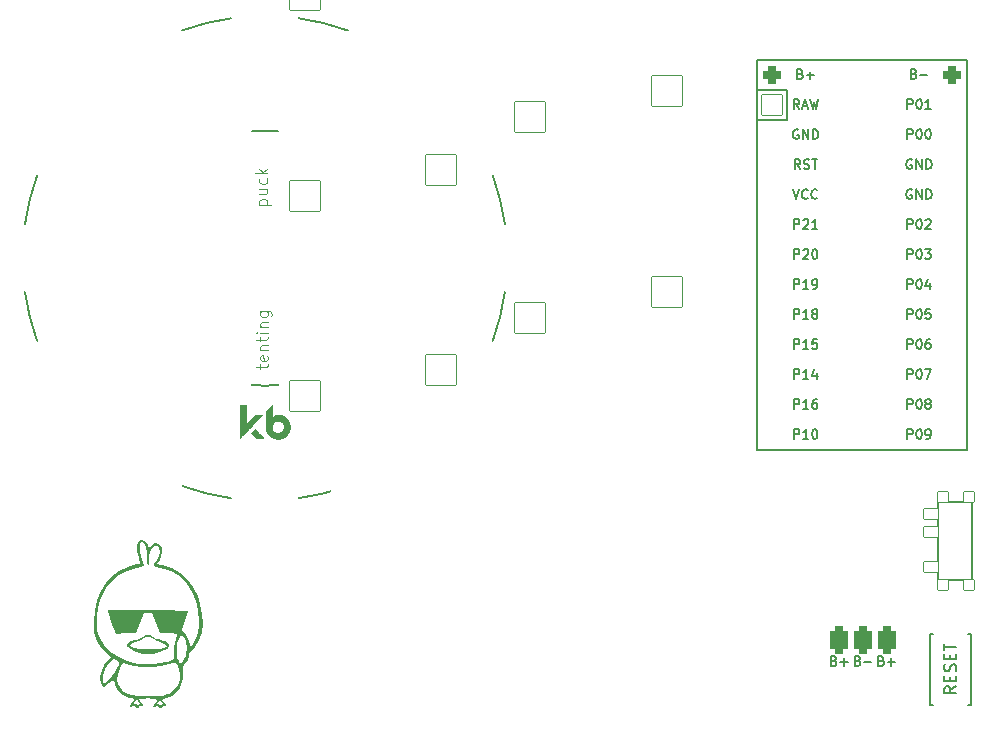
<source format=gto>
%TF.GenerationSoftware,KiCad,Pcbnew,(6.0.4-0)*%
%TF.CreationDate,2022-04-29T17:53:29+02:00*%
%TF.ProjectId,battamini,62617474-616d-4696-9e69-2e6b69636164,v1.0.0*%
%TF.SameCoordinates,Original*%
%TF.FileFunction,Legend,Top*%
%TF.FilePolarity,Positive*%
%FSLAX46Y46*%
G04 Gerber Fmt 4.6, Leading zero omitted, Abs format (unit mm)*
G04 Created by KiCad (PCBNEW (6.0.4-0)) date 2022-04-29 17:53:29*
%MOMM*%
%LPD*%
G01*
G04 APERTURE LIST*
G04 Aperture macros list*
%AMRoundRect*
0 Rectangle with rounded corners*
0 $1 Rounding radius*
0 $2 $3 $4 $5 $6 $7 $8 $9 X,Y pos of 4 corners*
0 Add a 4 corners polygon primitive as box body*
4,1,4,$2,$3,$4,$5,$6,$7,$8,$9,$2,$3,0*
0 Add four circle primitives for the rounded corners*
1,1,$1+$1,$2,$3*
1,1,$1+$1,$4,$5*
1,1,$1+$1,$6,$7*
1,1,$1+$1,$8,$9*
0 Add four rect primitives between the rounded corners*
20,1,$1+$1,$2,$3,$4,$5,0*
20,1,$1+$1,$4,$5,$6,$7,0*
20,1,$1+$1,$6,$7,$8,$9,0*
20,1,$1+$1,$8,$9,$2,$3,0*%
G04 Aperture macros list end*
%ADD10C,0.100000*%
%ADD11C,0.150000*%
%ADD12C,0.200000*%
%ADD13C,0.010000*%
%ADD14RoundRect,0.375000X-0.375000X-0.750000X0.375000X-0.750000X0.375000X0.750000X-0.375000X0.750000X0*%
%ADD15C,2.000000*%
%ADD16R,1.752600X1.752600*%
%ADD17C,1.752600*%
%ADD18RoundRect,0.375000X-0.375000X-0.375000X0.375000X-0.375000X0.375000X0.375000X-0.375000X0.375000X0*%
%ADD19C,4.500000*%
%ADD20RoundRect,0.050000X-0.450000X0.450000X-0.450000X-0.450000X0.450000X-0.450000X0.450000X0.450000X0*%
%ADD21RoundRect,0.050000X-0.625000X0.450000X-0.625000X-0.450000X0.625000X-0.450000X0.625000X0.450000X0*%
%ADD22RoundRect,0.425000X-0.375000X-0.750000X0.375000X-0.750000X0.375000X0.750000X-0.375000X0.750000X0*%
%ADD23C,2.100000*%
%ADD24C,3.100000*%
%ADD25C,1.801800*%
%ADD26C,3.529000*%
%ADD27RoundRect,0.050000X-1.054507X-1.505993X1.505993X-1.054507X1.054507X1.505993X-1.505993X1.054507X0*%
%ADD28C,2.132000*%
%ADD29RoundRect,0.050000X-1.181751X-1.408356X1.408356X-1.181751X1.181751X1.408356X-1.408356X1.181751X0*%
%ADD30RoundRect,0.050000X-1.300000X-1.300000X1.300000X-1.300000X1.300000X1.300000X-1.300000X1.300000X0*%
%ADD31RoundRect,0.050000X-1.775833X-0.475833X0.475833X-1.775833X1.775833X0.475833X-0.475833X1.775833X0*%
%ADD32C,1.100000*%
%ADD33RoundRect,0.050000X-0.863113X-1.623279X1.623279X-0.863113X0.863113X1.623279X-1.623279X0.863113X0*%
%ADD34RoundRect,0.050000X-1.592168X-0.919239X0.919239X-1.592168X1.592168X0.919239X-0.919239X1.592168X0*%
%ADD35RoundRect,0.050000X-0.876300X0.876300X-0.876300X-0.876300X0.876300X-0.876300X0.876300X0.876300X0*%
%ADD36C,1.852600*%
%ADD37RoundRect,0.425000X-0.375000X-0.375000X0.375000X-0.375000X0.375000X0.375000X-0.375000X0.375000X0*%
G04 APERTURE END LIST*
D10*
%TO.C,REF\u002A\u002A*%
X103314965Y92671620D02*
X104314965Y92671620D01*
X103362584Y92671620D02*
X103314965Y92766858D01*
X103314965Y92957334D01*
X103362584Y93052572D01*
X103410203Y93100191D01*
X103505441Y93147810D01*
X103791155Y93147810D01*
X103886393Y93100191D01*
X103934012Y93052572D01*
X103981631Y92957334D01*
X103981631Y92766858D01*
X103934012Y92671620D01*
X103314965Y94004953D02*
X103981631Y94004953D01*
X103314965Y93576381D02*
X103838774Y93576381D01*
X103934012Y93624000D01*
X103981631Y93719239D01*
X103981631Y93862096D01*
X103934012Y93957334D01*
X103886393Y94004953D01*
X103934012Y94909715D02*
X103981631Y94814477D01*
X103981631Y94624000D01*
X103934012Y94528762D01*
X103886393Y94481143D01*
X103791155Y94433524D01*
X103505441Y94433524D01*
X103410203Y94481143D01*
X103362584Y94528762D01*
X103314965Y94624000D01*
X103314965Y94814477D01*
X103362584Y94909715D01*
X103981631Y95338286D02*
X102981631Y95338286D01*
X103600679Y95433524D02*
X103981631Y95719239D01*
X103314965Y95719239D02*
X103695917Y95338286D01*
X103378465Y78781120D02*
X103378465Y79162072D01*
X103045131Y78923977D02*
X103902274Y78923977D01*
X103997512Y78971596D01*
X104045131Y79066834D01*
X104045131Y79162072D01*
X103997512Y79876358D02*
X104045131Y79781120D01*
X104045131Y79590643D01*
X103997512Y79495405D01*
X103902274Y79447786D01*
X103521322Y79447786D01*
X103426084Y79495405D01*
X103378465Y79590643D01*
X103378465Y79781120D01*
X103426084Y79876358D01*
X103521322Y79923977D01*
X103616560Y79923977D01*
X103711798Y79447786D01*
X103378465Y80352548D02*
X104045131Y80352548D01*
X103473703Y80352548D02*
X103426084Y80400167D01*
X103378465Y80495405D01*
X103378465Y80638262D01*
X103426084Y80733500D01*
X103521322Y80781120D01*
X104045131Y80781120D01*
X103378465Y81114453D02*
X103378465Y81495405D01*
X103045131Y81257310D02*
X103902274Y81257310D01*
X103997512Y81304929D01*
X104045131Y81400167D01*
X104045131Y81495405D01*
X104045131Y81828739D02*
X103378465Y81828739D01*
X103045131Y81828739D02*
X103092751Y81781120D01*
X103140370Y81828739D01*
X103092751Y81876358D01*
X103045131Y81828739D01*
X103140370Y81828739D01*
X103378465Y82304929D02*
X104045131Y82304929D01*
X103473703Y82304929D02*
X103426084Y82352548D01*
X103378465Y82447786D01*
X103378465Y82590643D01*
X103426084Y82685881D01*
X103521322Y82733500D01*
X104045131Y82733500D01*
X103378465Y83638262D02*
X104187989Y83638262D01*
X104283227Y83590643D01*
X104330846Y83543024D01*
X104378465Y83447786D01*
X104378465Y83304929D01*
X104330846Y83209691D01*
X103997512Y83638262D02*
X104045131Y83543024D01*
X104045131Y83352548D01*
X103997512Y83257310D01*
X103949893Y83209691D01*
X103854655Y83162072D01*
X103568941Y83162072D01*
X103473703Y83209691D01*
X103426084Y83257310D01*
X103378465Y83352548D01*
X103378465Y83543024D01*
X103426084Y83638262D01*
D11*
%TO.C,PAD1*%
X153972991Y54073625D02*
X154087277Y54035530D01*
X154125372Y53997435D01*
X154163467Y53921244D01*
X154163467Y53806959D01*
X154125372Y53730768D01*
X154087277Y53692673D01*
X154011087Y53654578D01*
X153706325Y53654578D01*
X153706325Y54454578D01*
X153972991Y54454578D01*
X154049182Y54416483D01*
X154087277Y54378387D01*
X154125372Y54302197D01*
X154125372Y54226006D01*
X154087277Y54149816D01*
X154049182Y54111721D01*
X153972991Y54073625D01*
X153706325Y54073625D01*
X154506325Y53959340D02*
X155115848Y53959340D01*
X151972991Y54073625D02*
X152087277Y54035530D01*
X152125372Y53997435D01*
X152163467Y53921244D01*
X152163467Y53806959D01*
X152125372Y53730768D01*
X152087277Y53692673D01*
X152011087Y53654578D01*
X151706325Y53654578D01*
X151706325Y54454578D01*
X151972991Y54454578D01*
X152049182Y54416483D01*
X152087277Y54378387D01*
X152125372Y54302197D01*
X152125372Y54226006D01*
X152087277Y54149816D01*
X152049182Y54111721D01*
X151972991Y54073625D01*
X151706325Y54073625D01*
X152506325Y53959340D02*
X153115848Y53959340D01*
X152811087Y53654578D02*
X152811087Y54264102D01*
X155972991Y54073625D02*
X156087277Y54035530D01*
X156125372Y53997435D01*
X156163467Y53921244D01*
X156163467Y53806959D01*
X156125372Y53730768D01*
X156087277Y53692673D01*
X156011087Y53654578D01*
X155706325Y53654578D01*
X155706325Y54454578D01*
X155972991Y54454578D01*
X156049182Y54416483D01*
X156087277Y54378387D01*
X156125372Y54302197D01*
X156125372Y54226006D01*
X156087277Y54149816D01*
X156049182Y54111721D01*
X155972991Y54073625D01*
X155706325Y54073625D01*
X156506325Y53959340D02*
X157115848Y53959340D01*
X156811087Y53654578D02*
X156811087Y54264102D01*
%TO.C,B1*%
X162302380Y51887619D02*
X161826190Y51554285D01*
X162302380Y51316190D02*
X161302380Y51316190D01*
X161302380Y51697142D01*
X161350000Y51792380D01*
X161397619Y51840000D01*
X161492857Y51887619D01*
X161635714Y51887619D01*
X161730952Y51840000D01*
X161778571Y51792380D01*
X161826190Y51697142D01*
X161826190Y51316190D01*
X161778571Y52316190D02*
X161778571Y52649523D01*
X162302380Y52792380D02*
X162302380Y52316190D01*
X161302380Y52316190D01*
X161302380Y52792380D01*
X162254761Y53173333D02*
X162302380Y53316190D01*
X162302380Y53554285D01*
X162254761Y53649523D01*
X162207142Y53697142D01*
X162111904Y53744761D01*
X162016666Y53744761D01*
X161921428Y53697142D01*
X161873809Y53649523D01*
X161826190Y53554285D01*
X161778571Y53363809D01*
X161730952Y53268571D01*
X161683333Y53220952D01*
X161588095Y53173333D01*
X161492857Y53173333D01*
X161397619Y53220952D01*
X161350000Y53268571D01*
X161302380Y53363809D01*
X161302380Y53601904D01*
X161350000Y53744761D01*
X161778571Y54173333D02*
X161778571Y54506666D01*
X162302380Y54649523D02*
X162302380Y54173333D01*
X161302380Y54173333D01*
X161302380Y54649523D01*
X161302380Y54935238D02*
X161302380Y55506666D01*
X162302380Y55220952D02*
X161302380Y55220952D01*
%TO.C,MCU1*%
X158185784Y75380637D02*
X158185784Y76180637D01*
X158490546Y76180637D01*
X158566736Y76142542D01*
X158604832Y76104446D01*
X158642927Y76028256D01*
X158642927Y75913970D01*
X158604832Y75837780D01*
X158566736Y75799684D01*
X158490546Y75761589D01*
X158185784Y75761589D01*
X159138165Y76180637D02*
X159214355Y76180637D01*
X159290546Y76142542D01*
X159328641Y76104446D01*
X159366736Y76028256D01*
X159404832Y75875875D01*
X159404832Y75685399D01*
X159366736Y75533018D01*
X159328641Y75456827D01*
X159290546Y75418732D01*
X159214355Y75380637D01*
X159138165Y75380637D01*
X159061974Y75418732D01*
X159023879Y75456827D01*
X158985784Y75533018D01*
X158947689Y75685399D01*
X158947689Y75875875D01*
X158985784Y76028256D01*
X159023879Y76104446D01*
X159061974Y76142542D01*
X159138165Y76180637D01*
X159861974Y75837780D02*
X159785784Y75875875D01*
X159747689Y75913970D01*
X159709593Y75990161D01*
X159709593Y76028256D01*
X159747689Y76104446D01*
X159785784Y76142542D01*
X159861974Y76180637D01*
X160014355Y76180637D01*
X160090546Y76142542D01*
X160128641Y76104446D01*
X160166736Y76028256D01*
X160166736Y75990161D01*
X160128641Y75913970D01*
X160090546Y75875875D01*
X160014355Y75837780D01*
X159861974Y75837780D01*
X159785784Y75799684D01*
X159747689Y75761589D01*
X159709593Y75685399D01*
X159709593Y75533018D01*
X159747689Y75456827D01*
X159785784Y75418732D01*
X159861974Y75380637D01*
X160014355Y75380637D01*
X160090546Y75418732D01*
X160128641Y75456827D01*
X160166736Y75533018D01*
X160166736Y75685399D01*
X160128641Y75761589D01*
X160090546Y75799684D01*
X160014355Y75837780D01*
X158185784Y100780637D02*
X158185784Y101580637D01*
X158490546Y101580637D01*
X158566736Y101542542D01*
X158604832Y101504446D01*
X158642927Y101428256D01*
X158642927Y101313970D01*
X158604832Y101237780D01*
X158566736Y101199684D01*
X158490546Y101161589D01*
X158185784Y101161589D01*
X159138165Y101580637D02*
X159214355Y101580637D01*
X159290546Y101542542D01*
X159328641Y101504446D01*
X159366736Y101428256D01*
X159404832Y101275875D01*
X159404832Y101085399D01*
X159366736Y100933018D01*
X159328641Y100856827D01*
X159290546Y100818732D01*
X159214355Y100780637D01*
X159138165Y100780637D01*
X159061974Y100818732D01*
X159023879Y100856827D01*
X158985784Y100933018D01*
X158947689Y101085399D01*
X158947689Y101275875D01*
X158985784Y101428256D01*
X159023879Y101504446D01*
X159061974Y101542542D01*
X159138165Y101580637D01*
X160166736Y100780637D02*
X159709593Y100780637D01*
X159938165Y100780637D02*
X159938165Y101580637D01*
X159861974Y101466351D01*
X159785784Y101390161D01*
X159709593Y101352065D01*
X148585784Y90620637D02*
X148585784Y91420637D01*
X148890546Y91420637D01*
X148966736Y91382542D01*
X149004832Y91344446D01*
X149042927Y91268256D01*
X149042927Y91153970D01*
X149004832Y91077780D01*
X148966736Y91039684D01*
X148890546Y91001589D01*
X148585784Y91001589D01*
X149347689Y91344446D02*
X149385784Y91382542D01*
X149461974Y91420637D01*
X149652451Y91420637D01*
X149728641Y91382542D01*
X149766736Y91344446D01*
X149804832Y91268256D01*
X149804832Y91192065D01*
X149766736Y91077780D01*
X149309593Y90620637D01*
X149804832Y90620637D01*
X150566736Y90620637D02*
X150109593Y90620637D01*
X150338165Y90620637D02*
X150338165Y91420637D01*
X150261974Y91306351D01*
X150185784Y91230161D01*
X150109593Y91192065D01*
X148585784Y77920637D02*
X148585784Y78720637D01*
X148890546Y78720637D01*
X148966736Y78682542D01*
X149004832Y78644446D01*
X149042927Y78568256D01*
X149042927Y78453970D01*
X149004832Y78377780D01*
X148966736Y78339684D01*
X148890546Y78301589D01*
X148585784Y78301589D01*
X149804832Y77920637D02*
X149347689Y77920637D01*
X149576260Y77920637D02*
X149576260Y78720637D01*
X149500070Y78606351D01*
X149423879Y78530161D01*
X149347689Y78492065D01*
X150490546Y78453970D02*
X150490546Y77920637D01*
X150300070Y78758732D02*
X150109593Y78187303D01*
X150604832Y78187303D01*
X149119117Y103739684D02*
X149233403Y103701589D01*
X149271498Y103663494D01*
X149309593Y103587303D01*
X149309593Y103473018D01*
X149271498Y103396827D01*
X149233403Y103358732D01*
X149157213Y103320637D01*
X148852451Y103320637D01*
X148852451Y104120637D01*
X149119117Y104120637D01*
X149195308Y104082542D01*
X149233403Y104044446D01*
X149271498Y103968256D01*
X149271498Y103892065D01*
X149233403Y103815875D01*
X149195308Y103777780D01*
X149119117Y103739684D01*
X148852451Y103739684D01*
X149652451Y103625399D02*
X150261974Y103625399D01*
X149957213Y103320637D02*
X149957213Y103930161D01*
X148585784Y88080637D02*
X148585784Y88880637D01*
X148890546Y88880637D01*
X148966736Y88842542D01*
X149004832Y88804446D01*
X149042927Y88728256D01*
X149042927Y88613970D01*
X149004832Y88537780D01*
X148966736Y88499684D01*
X148890546Y88461589D01*
X148585784Y88461589D01*
X149347689Y88804446D02*
X149385784Y88842542D01*
X149461974Y88880637D01*
X149652451Y88880637D01*
X149728641Y88842542D01*
X149766736Y88804446D01*
X149804832Y88728256D01*
X149804832Y88652065D01*
X149766736Y88537780D01*
X149309593Y88080637D01*
X149804832Y88080637D01*
X150300070Y88880637D02*
X150376260Y88880637D01*
X150452451Y88842542D01*
X150490546Y88804446D01*
X150528641Y88728256D01*
X150566736Y88575875D01*
X150566736Y88385399D01*
X150528641Y88233018D01*
X150490546Y88156827D01*
X150452451Y88118732D01*
X150376260Y88080637D01*
X150300070Y88080637D01*
X150223879Y88118732D01*
X150185784Y88156827D01*
X150147689Y88233018D01*
X150109593Y88385399D01*
X150109593Y88575875D01*
X150147689Y88728256D01*
X150185784Y88804446D01*
X150223879Y88842542D01*
X150300070Y88880637D01*
X158185784Y72840637D02*
X158185784Y73640637D01*
X158490546Y73640637D01*
X158566736Y73602542D01*
X158604832Y73564446D01*
X158642927Y73488256D01*
X158642927Y73373970D01*
X158604832Y73297780D01*
X158566736Y73259684D01*
X158490546Y73221589D01*
X158185784Y73221589D01*
X159138165Y73640637D02*
X159214355Y73640637D01*
X159290546Y73602542D01*
X159328641Y73564446D01*
X159366736Y73488256D01*
X159404832Y73335875D01*
X159404832Y73145399D01*
X159366736Y72993018D01*
X159328641Y72916827D01*
X159290546Y72878732D01*
X159214355Y72840637D01*
X159138165Y72840637D01*
X159061974Y72878732D01*
X159023879Y72916827D01*
X158985784Y72993018D01*
X158947689Y73145399D01*
X158947689Y73335875D01*
X158985784Y73488256D01*
X159023879Y73564446D01*
X159061974Y73602542D01*
X159138165Y73640637D01*
X159785784Y72840637D02*
X159938165Y72840637D01*
X160014355Y72878732D01*
X160052451Y72916827D01*
X160128641Y73031113D01*
X160166736Y73183494D01*
X160166736Y73488256D01*
X160128641Y73564446D01*
X160090546Y73602542D01*
X160014355Y73640637D01*
X159861974Y73640637D01*
X159785784Y73602542D01*
X159747689Y73564446D01*
X159709593Y73488256D01*
X159709593Y73297780D01*
X159747689Y73221589D01*
X159785784Y73183494D01*
X159861974Y73145399D01*
X160014355Y73145399D01*
X160090546Y73183494D01*
X160128641Y73221589D01*
X160166736Y73297780D01*
X148585784Y75380637D02*
X148585784Y76180637D01*
X148890546Y76180637D01*
X148966736Y76142542D01*
X149004832Y76104446D01*
X149042927Y76028256D01*
X149042927Y75913970D01*
X149004832Y75837780D01*
X148966736Y75799684D01*
X148890546Y75761589D01*
X148585784Y75761589D01*
X149804832Y75380637D02*
X149347689Y75380637D01*
X149576260Y75380637D02*
X149576260Y76180637D01*
X149500070Y76066351D01*
X149423879Y75990161D01*
X149347689Y75952065D01*
X150490546Y76180637D02*
X150338165Y76180637D01*
X150261974Y76142542D01*
X150223879Y76104446D01*
X150147689Y75990161D01*
X150109593Y75837780D01*
X150109593Y75533018D01*
X150147689Y75456827D01*
X150185784Y75418732D01*
X150261974Y75380637D01*
X150414355Y75380637D01*
X150490546Y75418732D01*
X150528641Y75456827D01*
X150566736Y75533018D01*
X150566736Y75723494D01*
X150528641Y75799684D01*
X150490546Y75837780D01*
X150414355Y75875875D01*
X150261974Y75875875D01*
X150185784Y75837780D01*
X150147689Y75799684D01*
X150109593Y75723494D01*
X149119117Y95700637D02*
X148852451Y96081589D01*
X148661974Y95700637D02*
X148661974Y96500637D01*
X148966736Y96500637D01*
X149042927Y96462542D01*
X149081022Y96424446D01*
X149119117Y96348256D01*
X149119117Y96233970D01*
X149081022Y96157780D01*
X149042927Y96119684D01*
X148966736Y96081589D01*
X148661974Y96081589D01*
X149423879Y95738732D02*
X149538165Y95700637D01*
X149728641Y95700637D01*
X149804832Y95738732D01*
X149842927Y95776827D01*
X149881022Y95853018D01*
X149881022Y95929208D01*
X149842927Y96005399D01*
X149804832Y96043494D01*
X149728641Y96081589D01*
X149576260Y96119684D01*
X149500070Y96157780D01*
X149461974Y96195875D01*
X149423879Y96272065D01*
X149423879Y96348256D01*
X149461974Y96424446D01*
X149500070Y96462542D01*
X149576260Y96500637D01*
X149766736Y96500637D01*
X149881022Y96462542D01*
X150109593Y96500637D02*
X150566736Y96500637D01*
X150338165Y95700637D02*
X150338165Y96500637D01*
X158185784Y90620637D02*
X158185784Y91420637D01*
X158490546Y91420637D01*
X158566736Y91382542D01*
X158604832Y91344446D01*
X158642927Y91268256D01*
X158642927Y91153970D01*
X158604832Y91077780D01*
X158566736Y91039684D01*
X158490546Y91001589D01*
X158185784Y91001589D01*
X159138165Y91420637D02*
X159214355Y91420637D01*
X159290546Y91382542D01*
X159328641Y91344446D01*
X159366736Y91268256D01*
X159404832Y91115875D01*
X159404832Y90925399D01*
X159366736Y90773018D01*
X159328641Y90696827D01*
X159290546Y90658732D01*
X159214355Y90620637D01*
X159138165Y90620637D01*
X159061974Y90658732D01*
X159023879Y90696827D01*
X158985784Y90773018D01*
X158947689Y90925399D01*
X158947689Y91115875D01*
X158985784Y91268256D01*
X159023879Y91344446D01*
X159061974Y91382542D01*
X159138165Y91420637D01*
X159709593Y91344446D02*
X159747689Y91382542D01*
X159823879Y91420637D01*
X160014355Y91420637D01*
X160090546Y91382542D01*
X160128641Y91344446D01*
X160166736Y91268256D01*
X160166736Y91192065D01*
X160128641Y91077780D01*
X159671498Y90620637D01*
X160166736Y90620637D01*
X148585784Y83000637D02*
X148585784Y83800637D01*
X148890546Y83800637D01*
X148966736Y83762542D01*
X149004832Y83724446D01*
X149042927Y83648256D01*
X149042927Y83533970D01*
X149004832Y83457780D01*
X148966736Y83419684D01*
X148890546Y83381589D01*
X148585784Y83381589D01*
X149804832Y83000637D02*
X149347689Y83000637D01*
X149576260Y83000637D02*
X149576260Y83800637D01*
X149500070Y83686351D01*
X149423879Y83610161D01*
X149347689Y83572065D01*
X150261974Y83457780D02*
X150185784Y83495875D01*
X150147689Y83533970D01*
X150109593Y83610161D01*
X150109593Y83648256D01*
X150147689Y83724446D01*
X150185784Y83762542D01*
X150261974Y83800637D01*
X150414355Y83800637D01*
X150490546Y83762542D01*
X150528641Y83724446D01*
X150566736Y83648256D01*
X150566736Y83610161D01*
X150528641Y83533970D01*
X150490546Y83495875D01*
X150414355Y83457780D01*
X150261974Y83457780D01*
X150185784Y83419684D01*
X150147689Y83381589D01*
X150109593Y83305399D01*
X150109593Y83153018D01*
X150147689Y83076827D01*
X150185784Y83038732D01*
X150261974Y83000637D01*
X150414355Y83000637D01*
X150490546Y83038732D01*
X150528641Y83076827D01*
X150566736Y83153018D01*
X150566736Y83305399D01*
X150528641Y83381589D01*
X150490546Y83419684D01*
X150414355Y83457780D01*
X148585784Y72840637D02*
X148585784Y73640637D01*
X148890546Y73640637D01*
X148966736Y73602542D01*
X149004832Y73564446D01*
X149042927Y73488256D01*
X149042927Y73373970D01*
X149004832Y73297780D01*
X148966736Y73259684D01*
X148890546Y73221589D01*
X148585784Y73221589D01*
X149804832Y72840637D02*
X149347689Y72840637D01*
X149576260Y72840637D02*
X149576260Y73640637D01*
X149500070Y73526351D01*
X149423879Y73450161D01*
X149347689Y73412065D01*
X150300070Y73640637D02*
X150376260Y73640637D01*
X150452451Y73602542D01*
X150490546Y73564446D01*
X150528641Y73488256D01*
X150566736Y73335875D01*
X150566736Y73145399D01*
X150528641Y72993018D01*
X150490546Y72916827D01*
X150452451Y72878732D01*
X150376260Y72840637D01*
X150300070Y72840637D01*
X150223879Y72878732D01*
X150185784Y72916827D01*
X150147689Y72993018D01*
X150109593Y73145399D01*
X150109593Y73335875D01*
X150147689Y73488256D01*
X150185784Y73564446D01*
X150223879Y73602542D01*
X150300070Y73640637D01*
X158547689Y93922542D02*
X158471498Y93960637D01*
X158357213Y93960637D01*
X158242927Y93922542D01*
X158166736Y93846351D01*
X158128641Y93770161D01*
X158090546Y93617780D01*
X158090546Y93503494D01*
X158128641Y93351113D01*
X158166736Y93274922D01*
X158242927Y93198732D01*
X158357213Y93160637D01*
X158433403Y93160637D01*
X158547689Y93198732D01*
X158585784Y93236827D01*
X158585784Y93503494D01*
X158433403Y93503494D01*
X158928641Y93160637D02*
X158928641Y93960637D01*
X159385784Y93160637D01*
X159385784Y93960637D01*
X159766736Y93160637D02*
X159766736Y93960637D01*
X159957213Y93960637D01*
X160071498Y93922542D01*
X160147689Y93846351D01*
X160185784Y93770161D01*
X160223879Y93617780D01*
X160223879Y93503494D01*
X160185784Y93351113D01*
X160147689Y93274922D01*
X160071498Y93198732D01*
X159957213Y93160637D01*
X159766736Y93160637D01*
X158185784Y98240637D02*
X158185784Y99040637D01*
X158490546Y99040637D01*
X158566736Y99002542D01*
X158604832Y98964446D01*
X158642927Y98888256D01*
X158642927Y98773970D01*
X158604832Y98697780D01*
X158566736Y98659684D01*
X158490546Y98621589D01*
X158185784Y98621589D01*
X159138165Y99040637D02*
X159214355Y99040637D01*
X159290546Y99002542D01*
X159328641Y98964446D01*
X159366736Y98888256D01*
X159404832Y98735875D01*
X159404832Y98545399D01*
X159366736Y98393018D01*
X159328641Y98316827D01*
X159290546Y98278732D01*
X159214355Y98240637D01*
X159138165Y98240637D01*
X159061974Y98278732D01*
X159023879Y98316827D01*
X158985784Y98393018D01*
X158947689Y98545399D01*
X158947689Y98735875D01*
X158985784Y98888256D01*
X159023879Y98964446D01*
X159061974Y99002542D01*
X159138165Y99040637D01*
X159900070Y99040637D02*
X159976260Y99040637D01*
X160052451Y99002542D01*
X160090546Y98964446D01*
X160128641Y98888256D01*
X160166736Y98735875D01*
X160166736Y98545399D01*
X160128641Y98393018D01*
X160090546Y98316827D01*
X160052451Y98278732D01*
X159976260Y98240637D01*
X159900070Y98240637D01*
X159823879Y98278732D01*
X159785784Y98316827D01*
X159747689Y98393018D01*
X159709593Y98545399D01*
X159709593Y98735875D01*
X159747689Y98888256D01*
X159785784Y98964446D01*
X159823879Y99002542D01*
X159900070Y99040637D01*
X149004832Y100780637D02*
X148738165Y101161589D01*
X148547689Y100780637D02*
X148547689Y101580637D01*
X148852451Y101580637D01*
X148928641Y101542542D01*
X148966736Y101504446D01*
X149004832Y101428256D01*
X149004832Y101313970D01*
X148966736Y101237780D01*
X148928641Y101199684D01*
X148852451Y101161589D01*
X148547689Y101161589D01*
X149309593Y101009208D02*
X149690546Y101009208D01*
X149233403Y100780637D02*
X149500070Y101580637D01*
X149766736Y100780637D01*
X149957213Y101580637D02*
X150147689Y100780637D01*
X150300070Y101352065D01*
X150452451Y100780637D01*
X150642927Y101580637D01*
X158185784Y88080637D02*
X158185784Y88880637D01*
X158490546Y88880637D01*
X158566736Y88842542D01*
X158604832Y88804446D01*
X158642927Y88728256D01*
X158642927Y88613970D01*
X158604832Y88537780D01*
X158566736Y88499684D01*
X158490546Y88461589D01*
X158185784Y88461589D01*
X159138165Y88880637D02*
X159214355Y88880637D01*
X159290546Y88842542D01*
X159328641Y88804446D01*
X159366736Y88728256D01*
X159404832Y88575875D01*
X159404832Y88385399D01*
X159366736Y88233018D01*
X159328641Y88156827D01*
X159290546Y88118732D01*
X159214355Y88080637D01*
X159138165Y88080637D01*
X159061974Y88118732D01*
X159023879Y88156827D01*
X158985784Y88233018D01*
X158947689Y88385399D01*
X158947689Y88575875D01*
X158985784Y88728256D01*
X159023879Y88804446D01*
X159061974Y88842542D01*
X159138165Y88880637D01*
X159671498Y88880637D02*
X160166736Y88880637D01*
X159900070Y88575875D01*
X160014355Y88575875D01*
X160090546Y88537780D01*
X160128641Y88499684D01*
X160166736Y88423494D01*
X160166736Y88233018D01*
X160128641Y88156827D01*
X160090546Y88118732D01*
X160014355Y88080637D01*
X159785784Y88080637D01*
X159709593Y88118732D01*
X159671498Y88156827D01*
X158547689Y96462542D02*
X158471498Y96500637D01*
X158357213Y96500637D01*
X158242927Y96462542D01*
X158166736Y96386351D01*
X158128641Y96310161D01*
X158090546Y96157780D01*
X158090546Y96043494D01*
X158128641Y95891113D01*
X158166736Y95814922D01*
X158242927Y95738732D01*
X158357213Y95700637D01*
X158433403Y95700637D01*
X158547689Y95738732D01*
X158585784Y95776827D01*
X158585784Y96043494D01*
X158433403Y96043494D01*
X158928641Y95700637D02*
X158928641Y96500637D01*
X159385784Y95700637D01*
X159385784Y96500637D01*
X159766736Y95700637D02*
X159766736Y96500637D01*
X159957213Y96500637D01*
X160071498Y96462542D01*
X160147689Y96386351D01*
X160185784Y96310161D01*
X160223879Y96157780D01*
X160223879Y96043494D01*
X160185784Y95891113D01*
X160147689Y95814922D01*
X160071498Y95738732D01*
X159957213Y95700637D01*
X159766736Y95700637D01*
X158185784Y77920637D02*
X158185784Y78720637D01*
X158490546Y78720637D01*
X158566736Y78682542D01*
X158604832Y78644446D01*
X158642927Y78568256D01*
X158642927Y78453970D01*
X158604832Y78377780D01*
X158566736Y78339684D01*
X158490546Y78301589D01*
X158185784Y78301589D01*
X159138165Y78720637D02*
X159214355Y78720637D01*
X159290546Y78682542D01*
X159328641Y78644446D01*
X159366736Y78568256D01*
X159404832Y78415875D01*
X159404832Y78225399D01*
X159366736Y78073018D01*
X159328641Y77996827D01*
X159290546Y77958732D01*
X159214355Y77920637D01*
X159138165Y77920637D01*
X159061974Y77958732D01*
X159023879Y77996827D01*
X158985784Y78073018D01*
X158947689Y78225399D01*
X158947689Y78415875D01*
X158985784Y78568256D01*
X159023879Y78644446D01*
X159061974Y78682542D01*
X159138165Y78720637D01*
X159671498Y78720637D02*
X160204832Y78720637D01*
X159861974Y77920637D01*
X148585784Y85540637D02*
X148585784Y86340637D01*
X148890546Y86340637D01*
X148966736Y86302542D01*
X149004832Y86264446D01*
X149042927Y86188256D01*
X149042927Y86073970D01*
X149004832Y85997780D01*
X148966736Y85959684D01*
X148890546Y85921589D01*
X148585784Y85921589D01*
X149804832Y85540637D02*
X149347689Y85540637D01*
X149576260Y85540637D02*
X149576260Y86340637D01*
X149500070Y86226351D01*
X149423879Y86150161D01*
X149347689Y86112065D01*
X150185784Y85540637D02*
X150338165Y85540637D01*
X150414355Y85578732D01*
X150452451Y85616827D01*
X150528641Y85731113D01*
X150566736Y85883494D01*
X150566736Y86188256D01*
X150528641Y86264446D01*
X150490546Y86302542D01*
X150414355Y86340637D01*
X150261974Y86340637D01*
X150185784Y86302542D01*
X150147689Y86264446D01*
X150109593Y86188256D01*
X150109593Y85997780D01*
X150147689Y85921589D01*
X150185784Y85883494D01*
X150261974Y85845399D01*
X150414355Y85845399D01*
X150490546Y85883494D01*
X150528641Y85921589D01*
X150566736Y85997780D01*
X158185784Y85540637D02*
X158185784Y86340637D01*
X158490546Y86340637D01*
X158566736Y86302542D01*
X158604832Y86264446D01*
X158642927Y86188256D01*
X158642927Y86073970D01*
X158604832Y85997780D01*
X158566736Y85959684D01*
X158490546Y85921589D01*
X158185784Y85921589D01*
X159138165Y86340637D02*
X159214355Y86340637D01*
X159290546Y86302542D01*
X159328641Y86264446D01*
X159366736Y86188256D01*
X159404832Y86035875D01*
X159404832Y85845399D01*
X159366736Y85693018D01*
X159328641Y85616827D01*
X159290546Y85578732D01*
X159214355Y85540637D01*
X159138165Y85540637D01*
X159061974Y85578732D01*
X159023879Y85616827D01*
X158985784Y85693018D01*
X158947689Y85845399D01*
X158947689Y86035875D01*
X158985784Y86188256D01*
X159023879Y86264446D01*
X159061974Y86302542D01*
X159138165Y86340637D01*
X160090546Y86073970D02*
X160090546Y85540637D01*
X159900070Y86378732D02*
X159709593Y85807303D01*
X160204832Y85807303D01*
X158185784Y83000637D02*
X158185784Y83800637D01*
X158490546Y83800637D01*
X158566736Y83762542D01*
X158604832Y83724446D01*
X158642927Y83648256D01*
X158642927Y83533970D01*
X158604832Y83457780D01*
X158566736Y83419684D01*
X158490546Y83381589D01*
X158185784Y83381589D01*
X159138165Y83800637D02*
X159214355Y83800637D01*
X159290546Y83762542D01*
X159328641Y83724446D01*
X159366736Y83648256D01*
X159404832Y83495875D01*
X159404832Y83305399D01*
X159366736Y83153018D01*
X159328641Y83076827D01*
X159290546Y83038732D01*
X159214355Y83000637D01*
X159138165Y83000637D01*
X159061974Y83038732D01*
X159023879Y83076827D01*
X158985784Y83153018D01*
X158947689Y83305399D01*
X158947689Y83495875D01*
X158985784Y83648256D01*
X159023879Y83724446D01*
X159061974Y83762542D01*
X159138165Y83800637D01*
X160128641Y83800637D02*
X159747689Y83800637D01*
X159709593Y83419684D01*
X159747689Y83457780D01*
X159823879Y83495875D01*
X160014355Y83495875D01*
X160090546Y83457780D01*
X160128641Y83419684D01*
X160166736Y83343494D01*
X160166736Y83153018D01*
X160128641Y83076827D01*
X160090546Y83038732D01*
X160014355Y83000637D01*
X159823879Y83000637D01*
X159747689Y83038732D01*
X159709593Y83076827D01*
X148947689Y99002542D02*
X148871498Y99040637D01*
X148757213Y99040637D01*
X148642927Y99002542D01*
X148566736Y98926351D01*
X148528641Y98850161D01*
X148490546Y98697780D01*
X148490546Y98583494D01*
X148528641Y98431113D01*
X148566736Y98354922D01*
X148642927Y98278732D01*
X148757213Y98240637D01*
X148833403Y98240637D01*
X148947689Y98278732D01*
X148985784Y98316827D01*
X148985784Y98583494D01*
X148833403Y98583494D01*
X149328641Y98240637D02*
X149328641Y99040637D01*
X149785784Y98240637D01*
X149785784Y99040637D01*
X150166736Y98240637D02*
X150166736Y99040637D01*
X150357213Y99040637D01*
X150471498Y99002542D01*
X150547689Y98926351D01*
X150585784Y98850161D01*
X150623879Y98697780D01*
X150623879Y98583494D01*
X150585784Y98431113D01*
X150547689Y98354922D01*
X150471498Y98278732D01*
X150357213Y98240637D01*
X150166736Y98240637D01*
X158719117Y103739684D02*
X158833403Y103701589D01*
X158871498Y103663494D01*
X158909593Y103587303D01*
X158909593Y103473018D01*
X158871498Y103396827D01*
X158833403Y103358732D01*
X158757213Y103320637D01*
X158452451Y103320637D01*
X158452451Y104120637D01*
X158719117Y104120637D01*
X158795308Y104082542D01*
X158833403Y104044446D01*
X158871498Y103968256D01*
X158871498Y103892065D01*
X158833403Y103815875D01*
X158795308Y103777780D01*
X158719117Y103739684D01*
X158452451Y103739684D01*
X159252451Y103625399D02*
X159861974Y103625399D01*
X148585784Y80460637D02*
X148585784Y81260637D01*
X148890546Y81260637D01*
X148966736Y81222542D01*
X149004832Y81184446D01*
X149042927Y81108256D01*
X149042927Y80993970D01*
X149004832Y80917780D01*
X148966736Y80879684D01*
X148890546Y80841589D01*
X148585784Y80841589D01*
X149804832Y80460637D02*
X149347689Y80460637D01*
X149576260Y80460637D02*
X149576260Y81260637D01*
X149500070Y81146351D01*
X149423879Y81070161D01*
X149347689Y81032065D01*
X150528641Y81260637D02*
X150147689Y81260637D01*
X150109593Y80879684D01*
X150147689Y80917780D01*
X150223879Y80955875D01*
X150414355Y80955875D01*
X150490546Y80917780D01*
X150528641Y80879684D01*
X150566736Y80803494D01*
X150566736Y80613018D01*
X150528641Y80536827D01*
X150490546Y80498732D01*
X150414355Y80460637D01*
X150223879Y80460637D01*
X150147689Y80498732D01*
X150109593Y80536827D01*
X158185784Y80460637D02*
X158185784Y81260637D01*
X158490546Y81260637D01*
X158566736Y81222542D01*
X158604832Y81184446D01*
X158642927Y81108256D01*
X158642927Y80993970D01*
X158604832Y80917780D01*
X158566736Y80879684D01*
X158490546Y80841589D01*
X158185784Y80841589D01*
X159138165Y81260637D02*
X159214355Y81260637D01*
X159290546Y81222542D01*
X159328641Y81184446D01*
X159366736Y81108256D01*
X159404832Y80955875D01*
X159404832Y80765399D01*
X159366736Y80613018D01*
X159328641Y80536827D01*
X159290546Y80498732D01*
X159214355Y80460637D01*
X159138165Y80460637D01*
X159061974Y80498732D01*
X159023879Y80536827D01*
X158985784Y80613018D01*
X158947689Y80765399D01*
X158947689Y80955875D01*
X158985784Y81108256D01*
X159023879Y81184446D01*
X159061974Y81222542D01*
X159138165Y81260637D01*
X160090546Y81260637D02*
X159938165Y81260637D01*
X159861974Y81222542D01*
X159823879Y81184446D01*
X159747689Y81070161D01*
X159709593Y80917780D01*
X159709593Y80613018D01*
X159747689Y80536827D01*
X159785784Y80498732D01*
X159861974Y80460637D01*
X160014355Y80460637D01*
X160090546Y80498732D01*
X160128641Y80536827D01*
X160166736Y80613018D01*
X160166736Y80803494D01*
X160128641Y80879684D01*
X160090546Y80917780D01*
X160014355Y80955875D01*
X159861974Y80955875D01*
X159785784Y80917780D01*
X159747689Y80879684D01*
X159709593Y80803494D01*
X148490546Y93960637D02*
X148757213Y93160637D01*
X149023879Y93960637D01*
X149747689Y93236827D02*
X149709593Y93198732D01*
X149595308Y93160637D01*
X149519117Y93160637D01*
X149404832Y93198732D01*
X149328641Y93274922D01*
X149290546Y93351113D01*
X149252451Y93503494D01*
X149252451Y93617780D01*
X149290546Y93770161D01*
X149328641Y93846351D01*
X149404832Y93922542D01*
X149519117Y93960637D01*
X149595308Y93960637D01*
X149709593Y93922542D01*
X149747689Y93884446D01*
X150547689Y93236827D02*
X150509593Y93198732D01*
X150395308Y93160637D01*
X150319117Y93160637D01*
X150204832Y93198732D01*
X150128641Y93274922D01*
X150090546Y93351113D01*
X150052451Y93503494D01*
X150052451Y93617780D01*
X150090546Y93770161D01*
X150128641Y93846351D01*
X150204832Y93922542D01*
X150319117Y93960637D01*
X150395308Y93960637D01*
X150509593Y93922542D01*
X150547689Y93884446D01*
D12*
%TO.C,REF\u002A\u002A*%
X102654866Y77403256D02*
G75*
G03*
X103783251Y77344120I1128379J10735785D01*
G01*
X84497117Y95147168D02*
G75*
G03*
X83463251Y90996620I19286117J-7008044D01*
G01*
X103783251Y98934120D02*
G75*
G03*
X102654866Y98874984I-6J-10794921D01*
G01*
X123069386Y81131074D02*
G75*
G03*
X124103251Y85281620I-19286185J7008058D01*
G01*
X83463251Y85281620D02*
G75*
G03*
X84497117Y81131073I20319953J2857490D01*
G01*
X106640751Y67819120D02*
G75*
G03*
X110791298Y68852986I-2857500J20320000D01*
G01*
X110791298Y107425254D02*
G75*
G03*
X106640751Y108459120I-7008047J-19286134D01*
G01*
X100925751Y108459120D02*
G75*
G03*
X96775203Y107425254I2857496J-20319983D01*
G01*
X103783251Y77344119D02*
G75*
G03*
X104911636Y77403256I0J10794901D01*
G01*
X124103251Y90996620D02*
G75*
G03*
X123069386Y95147165I-20320019J-2857506D01*
G01*
X104911636Y98874983D02*
G75*
G03*
X103783251Y98934120I-1128385J-10735763D01*
G01*
X96775205Y68852985D02*
G75*
G03*
X100925751Y67819120I7008046J19286135D01*
G01*
G36*
X103857140Y73954531D02*
G01*
X103855737Y74061160D01*
X103854693Y74183816D01*
X103854029Y74321088D01*
X103853768Y74471562D01*
X103853765Y74483298D01*
X103853678Y75175012D01*
X104361382Y75685038D01*
X104361530Y75191470D01*
X104361722Y75087230D01*
X104362211Y74990485D01*
X104362961Y74903599D01*
X104363937Y74828937D01*
X104365106Y74768862D01*
X104366433Y74725739D01*
X104367882Y74701932D01*
X104368790Y74697902D01*
X104381221Y74704216D01*
X104406067Y74720559D01*
X104430201Y74737761D01*
X104544898Y74808483D01*
X104667114Y74857587D01*
X104797497Y74885263D01*
X104936698Y74891701D01*
X104954510Y74891033D01*
X105044145Y74884481D01*
X105120628Y74872544D01*
X105192280Y74853052D01*
X105267418Y74823835D01*
X105337269Y74791196D01*
X105465202Y74715903D01*
X105578122Y74623923D01*
X105675016Y74516934D01*
X105754874Y74396609D01*
X105816684Y74264624D01*
X105859436Y74122655D01*
X105882117Y73972376D01*
X105885678Y73882706D01*
X105875387Y73730228D01*
X105844031Y73585664D01*
X105790886Y73446428D01*
X105733631Y73339509D01*
X105647919Y73219216D01*
X105546306Y73114367D01*
X105430973Y73026045D01*
X105304098Y72955331D01*
X105167862Y72903308D01*
X105024443Y72871055D01*
X104876022Y72859656D01*
X104775776Y72864139D01*
X104631168Y72889020D01*
X104490600Y72935295D01*
X104357427Y73001274D01*
X104235007Y73085271D01*
X104126695Y73185597D01*
X104118301Y73194763D01*
X104037170Y73298883D01*
X103967478Y73417065D01*
X103912312Y73542928D01*
X103874759Y73670088D01*
X103865890Y73716538D01*
X103863277Y73744933D01*
X103860932Y73795005D01*
X103859463Y73845339D01*
X104355801Y73845339D01*
X104366373Y73747790D01*
X104396805Y73653771D01*
X104425459Y73599626D01*
X104492393Y73511343D01*
X104571874Y73440466D01*
X104661306Y73387973D01*
X104758092Y73354841D01*
X104859633Y73342047D01*
X104963334Y73350568D01*
X105036161Y73369856D01*
X105079158Y73385942D01*
X105120063Y73403302D01*
X105136230Y73411078D01*
X105181516Y73442082D01*
X105230839Y73488276D01*
X105278896Y73543732D01*
X105320381Y73602526D01*
X105341869Y73640853D01*
X105362050Y73685099D01*
X105374695Y73723707D01*
X105382052Y73765999D01*
X105386370Y73821302D01*
X105386652Y73826592D01*
X105383284Y73933837D01*
X105360428Y74031729D01*
X105316776Y74125152D01*
X105299006Y74153681D01*
X105234464Y74231585D01*
X105155647Y74293755D01*
X105066011Y74339251D01*
X104969012Y74367129D01*
X104868108Y74376449D01*
X104766756Y74366267D01*
X104668410Y74335642D01*
X104654407Y74329356D01*
X104566455Y74276407D01*
X104492465Y74208193D01*
X104433422Y74127847D01*
X104390309Y74038500D01*
X104364107Y73943287D01*
X104355801Y73845339D01*
X103859463Y73845339D01*
X103858879Y73865342D01*
X103857140Y73954531D01*
G37*
D13*
X103857140Y73954531D02*
X103855737Y74061160D01*
X103854693Y74183816D01*
X103854029Y74321088D01*
X103853768Y74471562D01*
X103853765Y74483298D01*
X103853678Y75175012D01*
X104361382Y75685038D01*
X104361530Y75191470D01*
X104361722Y75087230D01*
X104362211Y74990485D01*
X104362961Y74903599D01*
X104363937Y74828937D01*
X104365106Y74768862D01*
X104366433Y74725739D01*
X104367882Y74701932D01*
X104368790Y74697902D01*
X104381221Y74704216D01*
X104406067Y74720559D01*
X104430201Y74737761D01*
X104544898Y74808483D01*
X104667114Y74857587D01*
X104797497Y74885263D01*
X104936698Y74891701D01*
X104954510Y74891033D01*
X105044145Y74884481D01*
X105120628Y74872544D01*
X105192280Y74853052D01*
X105267418Y74823835D01*
X105337269Y74791196D01*
X105465202Y74715903D01*
X105578122Y74623923D01*
X105675016Y74516934D01*
X105754874Y74396609D01*
X105816684Y74264624D01*
X105859436Y74122655D01*
X105882117Y73972376D01*
X105885678Y73882706D01*
X105875387Y73730228D01*
X105844031Y73585664D01*
X105790886Y73446428D01*
X105733631Y73339509D01*
X105647919Y73219216D01*
X105546306Y73114367D01*
X105430973Y73026045D01*
X105304098Y72955331D01*
X105167862Y72903308D01*
X105024443Y72871055D01*
X104876022Y72859656D01*
X104775776Y72864139D01*
X104631168Y72889020D01*
X104490600Y72935295D01*
X104357427Y73001274D01*
X104235007Y73085271D01*
X104126695Y73185597D01*
X104118301Y73194763D01*
X104037170Y73298883D01*
X103967478Y73417065D01*
X103912312Y73542928D01*
X103874759Y73670088D01*
X103865890Y73716538D01*
X103863277Y73744933D01*
X103860932Y73795005D01*
X103859463Y73845339D01*
X104355801Y73845339D01*
X104366373Y73747790D01*
X104396805Y73653771D01*
X104425459Y73599626D01*
X104492393Y73511343D01*
X104571874Y73440466D01*
X104661306Y73387973D01*
X104758092Y73354841D01*
X104859633Y73342047D01*
X104963334Y73350568D01*
X105036161Y73369856D01*
X105079158Y73385942D01*
X105120063Y73403302D01*
X105136230Y73411078D01*
X105181516Y73442082D01*
X105230839Y73488276D01*
X105278896Y73543732D01*
X105320381Y73602526D01*
X105341869Y73640853D01*
X105362050Y73685099D01*
X105374695Y73723707D01*
X105382052Y73765999D01*
X105386370Y73821302D01*
X105386652Y73826592D01*
X105383284Y73933837D01*
X105360428Y74031729D01*
X105316776Y74125152D01*
X105299006Y74153681D01*
X105234464Y74231585D01*
X105155647Y74293755D01*
X105066011Y74339251D01*
X104969012Y74367129D01*
X104868108Y74376449D01*
X104766756Y74366267D01*
X104668410Y74335642D01*
X104654407Y74329356D01*
X104566455Y74276407D01*
X104492465Y74208193D01*
X104433422Y74127847D01*
X104390309Y74038500D01*
X104364107Y73943287D01*
X104355801Y73845339D01*
X103859463Y73845339D01*
X103858879Y73865342D01*
X103857140Y73954531D01*
G36*
X102963276Y73650722D02*
G01*
X102985979Y73627859D01*
X103020458Y73592328D01*
X103064727Y73546236D01*
X103116794Y73491690D01*
X103174673Y73430796D01*
X103236372Y73365661D01*
X103299905Y73298391D01*
X103363280Y73231093D01*
X103424510Y73165874D01*
X103481606Y73104839D01*
X103532578Y73050096D01*
X103575438Y73003751D01*
X103608196Y72967911D01*
X103628864Y72944682D01*
X103631157Y72941991D01*
X103659458Y72908356D01*
X103039444Y72908356D01*
X102866094Y73084425D01*
X102812352Y73139168D01*
X102762069Y73190681D01*
X102718253Y73235861D01*
X102683907Y73271607D01*
X102662039Y73294816D01*
X102658862Y73298308D01*
X102624980Y73336123D01*
X102786015Y73497467D01*
X102835728Y73546922D01*
X102879952Y73590247D01*
X102916099Y73624960D01*
X102941581Y73648580D01*
X102953810Y73658628D01*
X102954341Y73658811D01*
X102963276Y73650722D01*
G37*
X102963276Y73650722D02*
X102985979Y73627859D01*
X103020458Y73592328D01*
X103064727Y73546236D01*
X103116794Y73491690D01*
X103174673Y73430796D01*
X103236372Y73365661D01*
X103299905Y73298391D01*
X103363280Y73231093D01*
X103424510Y73165874D01*
X103481606Y73104839D01*
X103532578Y73050096D01*
X103575438Y73003751D01*
X103608196Y72967911D01*
X103628864Y72944682D01*
X103631157Y72941991D01*
X103659458Y72908356D01*
X103039444Y72908356D01*
X102866094Y73084425D01*
X102812352Y73139168D01*
X102762069Y73190681D01*
X102718253Y73235861D01*
X102683907Y73271607D01*
X102662039Y73294816D01*
X102658862Y73298308D01*
X102624980Y73336123D01*
X102786015Y73497467D01*
X102835728Y73546922D01*
X102879952Y73590247D01*
X102916099Y73624960D01*
X102941581Y73648580D01*
X102953810Y73658628D01*
X102954341Y73658811D01*
X102963276Y73650722D01*
G36*
X102156496Y74057253D02*
G01*
X102959442Y74859953D01*
X103247810Y74856859D01*
X103536178Y74853766D01*
X102688954Y73993629D01*
X102571029Y73873906D01*
X102456230Y73757357D01*
X102345776Y73645217D01*
X102240884Y73538724D01*
X102142772Y73439113D01*
X102052657Y73347620D01*
X101971758Y73265483D01*
X101901291Y73193938D01*
X101842475Y73134220D01*
X101796528Y73087566D01*
X101764667Y73055213D01*
X101750886Y73041217D01*
X101660042Y72948941D01*
X101660042Y75690811D01*
X102156496Y75690811D01*
X102156496Y74057253D01*
G37*
X102156496Y74057253D02*
X102959442Y74859953D01*
X103247810Y74856859D01*
X103536178Y74853766D01*
X102688954Y73993629D01*
X102571029Y73873906D01*
X102456230Y73757357D01*
X102345776Y73645217D01*
X102240884Y73538724D01*
X102142772Y73439113D01*
X102052657Y73347620D01*
X101971758Y73265483D01*
X101901291Y73193938D01*
X101842475Y73134220D01*
X101796528Y73087566D01*
X101764667Y73055213D01*
X101750886Y73041217D01*
X101660042Y72948941D01*
X101660042Y75690811D01*
X102156496Y75690811D01*
X102156496Y74057253D01*
D11*
%TO.C,T1*%
X163637367Y67512667D02*
X160787367Y67512667D01*
X163637367Y62262667D02*
X163637367Y66162667D01*
X160787367Y67512667D02*
X160787367Y60912667D01*
X163637367Y64212667D02*
X163637367Y60912667D01*
X160787367Y60912667D02*
X163637367Y60912667D01*
X163637367Y64212667D02*
X163637367Y67512667D01*
%TO.C,B1*%
X163600000Y56340000D02*
X163600000Y50340000D01*
X160100000Y56340000D02*
X160100000Y50340000D01*
X163600000Y50340000D02*
X163350000Y50340000D01*
X160100000Y56340000D02*
X160350000Y56340000D01*
X160100000Y50340000D02*
X160350000Y50340000D01*
X163600000Y56340000D02*
X163350000Y56340000D01*
%TO.C,G\u002A\u002A\u002A*%
G36*
X92883978Y54811439D02*
G01*
X92740255Y54880814D01*
X92407058Y55056231D01*
X92211599Y55193916D01*
X92131416Y55310999D01*
X92130646Y55316839D01*
X92306885Y55316839D01*
X92323310Y55295956D01*
X92503738Y55201096D01*
X92814003Y55123189D01*
X93215242Y55064583D01*
X93668589Y55027628D01*
X94135180Y55014670D01*
X94576151Y55028060D01*
X94952637Y55070144D01*
X95174422Y55123679D01*
X95401772Y55233273D01*
X95460472Y55348492D01*
X95351061Y55468035D01*
X95074080Y55590598D01*
X94966078Y55625429D01*
X94664565Y55735323D01*
X94407590Y55860367D01*
X94283288Y55946404D01*
X94021677Y56093383D01*
X93736622Y56076183D01*
X93509613Y55948664D01*
X93306784Y55830100D01*
X93019752Y55709005D01*
X92844401Y55651219D01*
X92514387Y55534275D01*
X92332107Y55420696D01*
X92306885Y55316839D01*
X92130646Y55316839D01*
X92126422Y55348860D01*
X92205522Y55535943D01*
X92420663Y55696920D01*
X92738600Y55809825D01*
X92858300Y55832470D01*
X93154436Y55920791D01*
X93435028Y56068739D01*
X93454272Y56082600D01*
X93752550Y56247693D01*
X94019947Y56257391D01*
X94293936Y56111220D01*
X94343195Y56071400D01*
X94555160Y55931295D01*
X94751676Y55860051D01*
X94778751Y55857874D01*
X94966352Y55822347D01*
X95222502Y55735067D01*
X95328663Y55689960D01*
X95559074Y55566867D01*
X95659234Y55452976D01*
X95667330Y55340633D01*
X95591473Y55163612D01*
X95513088Y55091950D01*
X95111759Y54891462D01*
X94805697Y54759395D01*
X94543443Y54679643D01*
X94273536Y54636100D01*
X93989088Y54614958D01*
X93653008Y54603783D01*
X93402897Y54622991D01*
X93169604Y54687303D01*
X93109985Y54713214D01*
X93673799Y54713214D01*
X93780173Y54699930D01*
X93904422Y54697460D01*
X94087543Y54704065D01*
X94137812Y54720951D01*
X94094922Y54734152D01*
X93848204Y54748159D01*
X93713922Y54734152D01*
X93673799Y54713214D01*
X93109985Y54713214D01*
X92957906Y54779309D01*
X93263810Y54779309D01*
X93347033Y54765751D01*
X93456847Y54781317D01*
X93458158Y54810219D01*
X93344841Y54830431D01*
X93295880Y54816903D01*
X93263810Y54779309D01*
X92957906Y54779309D01*
X92883978Y54811439D01*
G37*
G36*
X94497088Y50503045D02*
G01*
X94643295Y50652401D01*
X94666692Y50756195D01*
X94555768Y50821445D01*
X94299012Y50855169D01*
X93904422Y50864400D01*
X93568863Y50857043D01*
X93308698Y50837338D01*
X93161697Y50808830D01*
X93142422Y50792855D01*
X93199034Y50688346D01*
X93311755Y50568066D01*
X93447142Y50400898D01*
X93476988Y50265739D01*
X93400694Y50201812D01*
X93317223Y50210169D01*
X93160615Y50195335D01*
X93108213Y50135377D01*
X93006711Y50026556D01*
X92885968Y50061683D01*
X92834968Y50143183D01*
X92754841Y50223695D01*
X92631524Y50185516D01*
X92462694Y50111812D01*
X92392654Y50148018D01*
X92380422Y50271016D01*
X92421728Y50379808D01*
X92582791Y50379808D01*
X92677340Y50385158D01*
X92749034Y50430786D01*
X92849174Y50473905D01*
X92916959Y50373574D01*
X92929388Y50337018D01*
X92980358Y50214712D01*
X93017398Y50247358D01*
X93029700Y50288207D01*
X93124266Y50392124D01*
X93211226Y50386159D01*
X93282980Y50379386D01*
X93221385Y50454321D01*
X93173785Y50496685D01*
X93022640Y50657352D01*
X92947636Y50779733D01*
X92909598Y50852446D01*
X92895106Y50761545D01*
X92821498Y50610467D01*
X92711837Y50521852D01*
X92594181Y50433079D01*
X92582791Y50379808D01*
X92421728Y50379808D01*
X92447013Y50446405D01*
X92549755Y50545382D01*
X92693986Y50671444D01*
X92682018Y50778173D01*
X92509132Y50871978D01*
X92258894Y50940441D01*
X91805541Y51124714D01*
X91433524Y51442555D01*
X91170096Y51867066D01*
X91092709Y52091419D01*
X90991439Y52470057D01*
X90775764Y52332967D01*
X90561682Y52165937D01*
X90369908Y51974638D01*
X90179727Y51753400D01*
X90000313Y51965066D01*
X89869742Y52239974D01*
X89848473Y52501801D01*
X90095204Y52501801D01*
X90102772Y52276291D01*
X90139765Y52147704D01*
X90163941Y52134400D01*
X90256374Y52188909D01*
X90430173Y52331426D01*
X90603135Y52489954D01*
X91293284Y52489954D01*
X91375226Y52110208D01*
X91476501Y51873648D01*
X91654061Y51601911D01*
X91877885Y51393116D01*
X92168936Y51241165D01*
X92548174Y51139962D01*
X93036561Y51083409D01*
X93655058Y51065408D01*
X94226220Y51073792D01*
X94708800Y51090617D01*
X95060360Y51114249D01*
X95319209Y51150426D01*
X95523658Y51204883D01*
X95712015Y51283357D01*
X95750220Y51301989D01*
X96123921Y51577407D01*
X96396496Y51966219D01*
X96555900Y52437813D01*
X96590089Y52961576D01*
X96540529Y53310769D01*
X96455508Y53618649D01*
X96347306Y53796201D01*
X96181045Y53859979D01*
X95921846Y53826536D01*
X95630184Y53742813D01*
X94953530Y53587774D01*
X94197082Y53510253D01*
X93433171Y53513392D01*
X92734127Y53600336D01*
X92668971Y53614115D01*
X92335075Y53693216D01*
X92053420Y53769503D01*
X91875159Y53828891D01*
X91854808Y53838335D01*
X91752825Y53860391D01*
X91681082Y53771888D01*
X91623707Y53593361D01*
X91533656Y53336287D01*
X91426116Y53126554D01*
X91411179Y53105450D01*
X91304319Y52839623D01*
X91293284Y52489954D01*
X90603135Y52489954D01*
X90635426Y52519550D01*
X90866152Y52778902D01*
X91090809Y53095367D01*
X91281265Y53421544D01*
X91409387Y53710034D01*
X91448261Y53889059D01*
X91380701Y53995723D01*
X91215710Y54113267D01*
X91203142Y54119902D01*
X91054781Y54186990D01*
X90944970Y54184016D01*
X90822020Y54091411D01*
X90654733Y53912295D01*
X90448858Y53651510D01*
X90275909Y53376808D01*
X90223346Y53268946D01*
X90158061Y53047223D01*
X90114491Y52775143D01*
X90095204Y52501801D01*
X89848473Y52501801D01*
X89840202Y52603612D01*
X89902370Y53016274D01*
X90046922Y53438258D01*
X90264536Y53829856D01*
X90504870Y54113825D01*
X90761494Y54357583D01*
X90302999Y54776621D01*
X89826443Y55321596D01*
X89567296Y55759042D01*
X89447141Y56012240D01*
X89368080Y56220018D01*
X89321752Y56429518D01*
X89299794Y56687883D01*
X89293841Y57042258D01*
X89294371Y57297579D01*
X89297495Y57341400D01*
X89553696Y57341400D01*
X89557400Y56928222D01*
X89578822Y56628157D01*
X89627684Y56385171D01*
X89713705Y56143232D01*
X89792844Y55962855D01*
X90136304Y55401988D01*
X90621028Y54892268D01*
X91222119Y54452211D01*
X91914683Y54100333D01*
X92603812Y53872265D01*
X93082786Y53794861D01*
X93663314Y53766986D01*
X94285788Y53786196D01*
X94890603Y53850046D01*
X95418152Y53956093D01*
X95543239Y53992802D01*
X96123723Y54178753D01*
X96070295Y54617077D01*
X96079465Y55080285D01*
X96325881Y55080285D01*
X96327710Y54677744D01*
X96375168Y54316992D01*
X96467775Y54056944D01*
X96475134Y54045253D01*
X96628143Y53811733D01*
X96826284Y53997877D01*
X96966130Y54193782D01*
X97086957Y54469968D01*
X97121864Y54590190D01*
X97176721Y55146150D01*
X97084261Y55689335D01*
X96907681Y56083336D01*
X96784247Y56274447D01*
X96713207Y56333717D01*
X96666647Y56278387D01*
X96652846Y56240733D01*
X96579443Y56050036D01*
X96475242Y55806585D01*
X96461032Y55775066D01*
X96370162Y55465698D01*
X96325881Y55080285D01*
X96079465Y55080285D01*
X96082096Y55213210D01*
X96150582Y55521066D01*
X96262396Y55901980D01*
X96322245Y56147438D01*
X96311960Y56287910D01*
X96213374Y56353867D01*
X96008320Y56375778D01*
X95678630Y56384113D01*
X95635186Y56385469D01*
X94892188Y56410066D01*
X94545362Y57256733D01*
X94198535Y58103400D01*
X93537991Y58103400D01*
X92844243Y56410066D01*
X91992187Y56386102D01*
X91140130Y56362137D01*
X90785489Y57302541D01*
X90651479Y57677144D01*
X90550559Y57997120D01*
X90492705Y58227962D01*
X90487272Y58334241D01*
X90565612Y58358671D01*
X90770969Y58376347D01*
X91110443Y58387339D01*
X91591135Y58391713D01*
X92220147Y58389538D01*
X93004578Y58380882D01*
X93892620Y58366851D01*
X94628610Y58353119D01*
X95310377Y58338793D01*
X95919653Y58324376D01*
X96438166Y58310372D01*
X96847646Y58297287D01*
X97129824Y58285624D01*
X97266428Y58275889D01*
X97276286Y58273424D01*
X97264632Y58184166D01*
X97205275Y57971704D01*
X97108818Y57671815D01*
X97032008Y57449106D01*
X96752989Y56659530D01*
X96977731Y56434787D01*
X97139512Y56205119D01*
X97287131Y55877216D01*
X97345176Y55696772D01*
X97487878Y55183498D01*
X97700397Y55496248D01*
X97963013Y55953635D01*
X98127499Y56429344D01*
X98208157Y56975786D01*
X98222422Y57409186D01*
X98153236Y58317446D01*
X97951835Y59154138D01*
X97627455Y59906649D01*
X97189332Y60562370D01*
X96646702Y61108689D01*
X96008799Y61532995D01*
X95284861Y61822677D01*
X94928718Y61906649D01*
X94599418Y61983285D01*
X94428121Y62077514D01*
X94403843Y62217712D01*
X94515598Y62432257D01*
X94652421Y62620354D01*
X94830072Y62942212D01*
X94878088Y63278409D01*
X94844099Y63599871D01*
X94740227Y63769180D01*
X94563612Y63789686D01*
X94470459Y63756294D01*
X94256563Y63572819D01*
X94090860Y63257823D01*
X93987793Y62845723D01*
X93961254Y62542942D01*
X93942369Y62227069D01*
X93913023Y62069667D01*
X93879665Y62060719D01*
X93848740Y62190208D01*
X93826695Y62448119D01*
X93819755Y62762786D01*
X93794031Y63302679D01*
X93718779Y63706619D01*
X93596879Y63965572D01*
X93431210Y64070503D01*
X93402355Y64072400D01*
X93240506Y63997740D01*
X93178928Y63867659D01*
X93168326Y63649227D01*
X93203966Y63327445D01*
X93275583Y62958591D01*
X93372909Y62598940D01*
X93448998Y62387233D01*
X93520542Y62193920D01*
X93546125Y62082449D01*
X93543788Y62074878D01*
X93455295Y62047212D01*
X93243659Y61996299D01*
X92951733Y61932349D01*
X92901052Y61921718D01*
X92094895Y61683228D01*
X91407043Y61325848D01*
X90829831Y60843852D01*
X90355594Y60231511D01*
X90150404Y59866170D01*
X89844649Y59165956D01*
X89655204Y58486382D01*
X89565908Y57759066D01*
X89553696Y57341400D01*
X89297495Y57341400D01*
X89363677Y58269694D01*
X89557951Y59160199D01*
X89870025Y59958686D01*
X90292730Y60654747D01*
X90818899Y61237974D01*
X91441364Y61697957D01*
X92152957Y62024288D01*
X92640005Y62155797D01*
X92910572Y62216488D01*
X93107206Y62270853D01*
X93176676Y62300432D01*
X93180759Y62399663D01*
X93145166Y62609747D01*
X93097975Y62806337D01*
X92993959Y63324682D01*
X92978234Y63751062D01*
X93050080Y64065427D01*
X93148207Y64204636D01*
X93288440Y64307755D01*
X93415811Y64302972D01*
X93550374Y64235849D01*
X93757738Y64062353D01*
X93889118Y63876231D01*
X94000814Y63643880D01*
X94255447Y63858140D01*
X94465557Y64016970D01*
X94614991Y64056293D01*
X94762434Y63976714D01*
X94881937Y63864582D01*
X95052086Y63582213D01*
X95095465Y63231293D01*
X95012346Y62855224D01*
X94873903Y62592622D01*
X94750576Y62399963D01*
X94685927Y62277032D01*
X94683403Y62256510D01*
X94773050Y62230420D01*
X94979276Y62181344D01*
X95193103Y62133920D01*
X95946464Y61887855D01*
X96621090Y61496722D01*
X97208237Y60969645D01*
X97699161Y60315748D01*
X98085118Y59544155D01*
X98301239Y58890731D01*
X98476901Y58009790D01*
X98519445Y57191338D01*
X98430843Y56447007D01*
X98213068Y55788428D01*
X97868093Y55227231D01*
X97637308Y54976059D01*
X97473252Y54785159D01*
X97382263Y54611451D01*
X97375755Y54570520D01*
X97333745Y54375923D01*
X97229657Y54132103D01*
X97096407Y53901142D01*
X96966910Y53745125D01*
X96923569Y53717622D01*
X96862620Y53652314D01*
X96826491Y53494962D01*
X96811185Y53217437D01*
X96810852Y52924013D01*
X96806347Y52515991D01*
X96776410Y52219573D01*
X96711941Y51977819D01*
X96628666Y51784018D01*
X96338971Y51371594D01*
X95938500Y51071362D01*
X95461927Y50909110D01*
X95449588Y50907085D01*
X95193056Y50836684D01*
X95098588Y50736465D01*
X95168749Y50611297D01*
X95259088Y50545382D01*
X95394479Y50409715D01*
X95419029Y50274923D01*
X95330265Y50193370D01*
X95276022Y50187066D01*
X95084469Y50130817D01*
X95016322Y50081233D01*
X94911884Y50026348D01*
X94806703Y50114193D01*
X94795850Y50128633D01*
X94684763Y50221542D01*
X94627219Y50192133D01*
X94510362Y50109045D01*
X94383563Y50127496D01*
X94327755Y50230229D01*
X94363786Y50319728D01*
X94534456Y50319728D01*
X94548861Y50309933D01*
X94611115Y50354962D01*
X94740775Y50428040D01*
X94827524Y50366648D01*
X94862211Y50310067D01*
X94937077Y50200571D01*
X94974362Y50237014D01*
X94986321Y50288207D01*
X95072375Y50393271D01*
X95158559Y50389280D01*
X95217430Y50391348D01*
X95130255Y50474349D01*
X95110922Y50488967D01*
X94967179Y50640336D01*
X94913737Y50768893D01*
X94899684Y50857263D01*
X94860890Y50780451D01*
X94860628Y50779733D01*
X94774293Y50627497D01*
X94634478Y50443629D01*
X94534456Y50319728D01*
X94363786Y50319728D01*
X94387506Y50378647D01*
X94497088Y50503045D01*
G37*
%TO.C,MCU1*%
X163247213Y104952542D02*
X145467213Y104952542D01*
X148007213Y102412542D02*
X145467213Y102412542D01*
X145467213Y71932542D02*
X163247213Y71932542D01*
X148007213Y102412542D02*
X148007213Y99872542D01*
X145467213Y104952542D02*
X145467213Y71932542D01*
X163247213Y71932542D02*
X163247213Y104952542D01*
X148007213Y99872542D02*
X145467213Y99872542D01*
%TD*%
D14*
%TO.C,PAD1*%
X152411087Y55816483D03*
X156411087Y55816483D03*
X154411087Y55816483D03*
%TD*%
D15*
%TO.C,B1*%
X161850000Y50090000D03*
X161850000Y56590000D03*
%TD*%
D16*
%TO.C,MCU1*%
X146737213Y101142542D03*
D17*
X146737213Y98602542D03*
X146737213Y96062542D03*
X146737213Y93522542D03*
X146737213Y90982542D03*
X146737213Y88442542D03*
X146737213Y85902542D03*
X146737213Y83362542D03*
X146737213Y80822542D03*
X146737213Y78282542D03*
X146737213Y75742542D03*
X146737213Y73202542D03*
X161977213Y101142542D03*
X161977213Y98602542D03*
X161977213Y96062542D03*
X161977213Y93522542D03*
X161977213Y90982542D03*
X161977213Y88442542D03*
X161977213Y85902542D03*
X161977213Y83362542D03*
X161977213Y80822542D03*
X161977213Y78282542D03*
X161977213Y75742542D03*
X161977213Y73202542D03*
D18*
X146737213Y103682542D03*
X161977213Y103682542D03*
%TD*%
%LPC*%
D19*
%TO.C,REF\u002A\u002A*%
X84733251Y88139120D03*
X103783251Y107189120D03*
X103783251Y69089120D03*
%TD*%
D20*
%TO.C,T1*%
X161187367Y60512667D03*
X163387367Y67912667D03*
X163387367Y60512667D03*
X161187367Y67912667D03*
D21*
X160212367Y61962667D03*
X160212367Y64962667D03*
X160212367Y66462667D03*
%TD*%
D22*
%TO.C,PAD1*%
X152411087Y55816483D03*
X156411087Y55816483D03*
X154411087Y55816483D03*
%TD*%
D23*
%TO.C,B1*%
X161850000Y50090000D03*
X161850000Y56590000D03*
%TD*%
D24*
%TO.C,S11*%
X75659968Y109306337D03*
X70353903Y110604673D03*
X70353903Y110604673D03*
D25*
X65970667Y103790002D03*
D24*
X65811891Y107569855D03*
D26*
X71387110Y104745067D03*
D25*
X76803553Y105700132D03*
D27*
X73579149Y111173371D03*
X62586645Y107001157D03*
%TD*%
D25*
%TO.C,S34*%
X157191785Y38610213D03*
D26*
X152428645Y41360213D03*
D25*
X147665505Y44110213D03*
D28*
X146198518Y40569316D03*
X154858772Y35569316D03*
X149478645Y36250663D03*
X149478645Y36250663D03*
%TD*%
D26*
%TO.C,S15*%
X94221643Y97114167D03*
D25*
X99700714Y97593524D03*
D24*
X98875782Y101285676D03*
X93703066Y103041525D03*
X93703066Y103041525D03*
X88913835Y100414118D03*
D25*
X88742572Y96634810D03*
D29*
X96965604Y103326961D03*
X85651298Y100128683D03*
%TD*%
D24*
%TO.C,S21*%
X115411087Y95636017D03*
D25*
X109911087Y89686017D03*
D24*
X115411087Y95636017D03*
X120411087Y93436017D03*
D25*
X120911087Y89686017D03*
D24*
X110411087Y93436017D03*
D26*
X115411087Y89686017D03*
D30*
X118686087Y95636017D03*
X107136087Y93436017D03*
%TD*%
D25*
%TO.C,S8*%
X71874705Y70306538D03*
X82707591Y72216668D03*
D26*
X77291148Y71261603D03*
D28*
X73026972Y66651093D03*
X82875050Y68387574D03*
X78315672Y65451237D03*
X78315672Y65451237D03*
%TD*%
D26*
%TO.C,S14*%
X95703291Y80178857D03*
D25*
X101182362Y80658214D03*
X90224220Y79699500D03*
D28*
X91053509Y75957538D03*
X101015456Y76829096D03*
X96217510Y74301308D03*
X96217510Y74301308D03*
%TD*%
D26*
%TO.C,S20*%
X115411087Y72686017D03*
D25*
X109911087Y72686017D03*
X120911087Y72686017D03*
D28*
X120411087Y68886017D03*
X110411087Y68886017D03*
X115411087Y66786017D03*
X115411087Y66786017D03*
%TD*%
D25*
%TO.C,S28*%
X129017334Y79310985D03*
X140017334Y79310985D03*
D26*
X134517334Y79310985D03*
D28*
X129517334Y75510985D03*
X139517334Y75510985D03*
X134517334Y73410985D03*
X134517334Y73410985D03*
%TD*%
D24*
%TO.C,S29*%
X134517334Y102260985D03*
X134517334Y102260985D03*
D25*
X140017334Y96310985D03*
D26*
X134517334Y96310985D03*
D24*
X139517334Y100060985D03*
X129517334Y100060985D03*
D25*
X129017334Y96310985D03*
D30*
X137792334Y102260985D03*
X126242334Y100060985D03*
%TD*%
D26*
%TO.C,S33*%
X152428645Y41360213D03*
D24*
X155403645Y46513064D03*
X149973518Y47107808D03*
D25*
X147665505Y44110213D03*
D24*
X155403645Y46513064D03*
X158633772Y42107808D03*
D25*
X157191785Y38610213D03*
D31*
X158239878Y44875564D03*
X147137285Y48745308D03*
%TD*%
D24*
%TO.C,S7*%
X71715929Y74086391D03*
X81564006Y75822873D03*
X76257941Y77121209D03*
D25*
X71874705Y70306538D03*
D24*
X76257941Y77121209D03*
D25*
X82707591Y72216668D03*
D26*
X77291148Y71261603D03*
D27*
X79483187Y77689907D03*
X68490683Y73517693D03*
%TD*%
D32*
%TO.C,T2*%
X162287367Y65712667D03*
X162287367Y62712667D03*
%TD*%
D26*
%TO.C,S5*%
X52842259Y82729963D03*
D25*
X58101935Y84338007D03*
D24*
X51102647Y88419976D03*
X51102647Y88419976D03*
D25*
X47582583Y81121919D03*
D24*
X46964341Y84854247D03*
X56527389Y87777964D03*
D33*
X54234545Y89377494D03*
X43832443Y83896730D03*
%TD*%
D24*
%TO.C,S27*%
X129517334Y83060985D03*
D25*
X140017334Y79310985D03*
D26*
X134517334Y79310985D03*
D24*
X139517334Y83060985D03*
X134517334Y85260985D03*
X134517334Y85260985D03*
D25*
X129017334Y79310985D03*
D30*
X137792334Y85260985D03*
X126242334Y83060985D03*
%TD*%
D24*
%TO.C,S9*%
X68763910Y90828123D03*
D26*
X74339129Y88003335D03*
D24*
X73305922Y93862941D03*
X78611987Y92564605D03*
D25*
X68922686Y87048270D03*
D24*
X73305922Y93862941D03*
D25*
X79755572Y88958400D03*
D27*
X76531168Y94431639D03*
X65538664Y90259425D03*
%TD*%
D25*
%TO.C,S16*%
X99700714Y97593524D03*
D26*
X94221643Y97114167D03*
D25*
X88742572Y96634810D03*
D28*
X99533808Y93764406D03*
X89571861Y92892848D03*
X94735862Y91236618D03*
X94735862Y91236618D03*
%TD*%
D25*
%TO.C,S30*%
X140017334Y96310985D03*
X129017334Y96310985D03*
D26*
X134517334Y96310985D03*
D28*
X139517334Y92510985D03*
X129517334Y92510985D03*
X134517334Y90410985D03*
X134517334Y90410985D03*
%TD*%
D25*
%TO.C,S13*%
X90224220Y79699500D03*
X101182362Y80658214D03*
D26*
X95703291Y80178857D03*
D24*
X95184714Y86106215D03*
X100357430Y84350366D03*
X95184714Y86106215D03*
X90395483Y83478808D03*
D29*
X98447252Y86391651D03*
X87132946Y83193373D03*
%TD*%
D25*
%TO.C,S24*%
X109911087Y106686017D03*
X120911087Y106686017D03*
D26*
X115411087Y106686017D03*
D28*
X110411087Y102886017D03*
X120411087Y102886017D03*
X115411087Y100786017D03*
X115411087Y100786017D03*
%TD*%
D25*
%TO.C,S17*%
X87260925Y113570120D03*
D26*
X92739996Y114049477D03*
D25*
X98219067Y114528834D03*
D24*
X87432188Y117349428D03*
X97394135Y118220986D03*
X92221419Y119976835D03*
X92221419Y119976835D03*
D29*
X95483957Y120262271D03*
X84169651Y117063993D03*
%TD*%
D25*
%TO.C,S4*%
X52552902Y64864738D03*
X63072254Y68080826D03*
D26*
X57812578Y66472782D03*
D28*
X54142067Y61376965D03*
X63705114Y64300682D03*
X59537571Y60830584D03*
X59537571Y60830584D03*
%TD*%
D25*
%TO.C,S10*%
X79755572Y88958400D03*
X68922686Y87048270D03*
D26*
X74339129Y88003335D03*
D28*
X70074953Y83392825D03*
X79923031Y85129306D03*
X75363653Y82192969D03*
X75363653Y82192969D03*
%TD*%
D25*
%TO.C,S22*%
X109911087Y89686017D03*
X120911087Y89686017D03*
D26*
X115411087Y89686017D03*
D28*
X110411087Y85886017D03*
X120411087Y85886017D03*
X115411087Y83786017D03*
X115411087Y83786017D03*
%TD*%
D26*
%TO.C,S31*%
X133891046Y49038738D03*
D25*
X128578454Y50462243D03*
D24*
X135431019Y54785997D03*
X139691247Y51366865D03*
X135431019Y54785997D03*
X130031988Y53955055D03*
D25*
X139203638Y47615233D03*
D34*
X138594426Y53938364D03*
X126868581Y54802687D03*
%TD*%
D35*
%TO.C,MCU1*%
X146737213Y101142542D03*
D36*
X146737213Y98602542D03*
X146737213Y96062542D03*
X146737213Y93522542D03*
X146737213Y90982542D03*
X146737213Y88442542D03*
X146737213Y85902542D03*
X146737213Y83362542D03*
X146737213Y80822542D03*
X146737213Y78282542D03*
X146737213Y75742542D03*
X146737213Y73202542D03*
X161977213Y101142542D03*
X161977213Y98602542D03*
X161977213Y96062542D03*
X161977213Y93522542D03*
X161977213Y90982542D03*
X161977213Y88442542D03*
X161977213Y85902542D03*
X161977213Y83362542D03*
X161977213Y80822542D03*
X161977213Y78282542D03*
X161977213Y75742542D03*
X161977213Y73202542D03*
D37*
X146737213Y103682542D03*
X161977213Y103682542D03*
%TD*%
D25*
%TO.C,S3*%
X52552902Y64864738D03*
D24*
X51934660Y68597066D03*
D26*
X57812578Y66472782D03*
D24*
X61497708Y71520783D03*
X56072966Y72162795D03*
X56072966Y72162795D03*
D25*
X63072254Y68080826D03*
D33*
X59204864Y73120313D03*
X48802762Y67639549D03*
%TD*%
D25*
%TO.C,S32*%
X139203638Y47615233D03*
D26*
X133891046Y49038738D03*
D25*
X128578454Y50462243D03*
D28*
X137737163Y44074125D03*
X128077904Y46662315D03*
X132364014Y43339776D03*
X132364014Y43339776D03*
%TD*%
D26*
%TO.C,S12*%
X71387110Y104745067D03*
D25*
X65970667Y103790002D03*
X76803553Y105700132D03*
D28*
X76971012Y101871038D03*
X67122934Y100134557D03*
X72411634Y98934701D03*
X72411634Y98934701D03*
%TD*%
D26*
%TO.C,S23*%
X115411087Y106686017D03*
D25*
X120911087Y106686017D03*
D24*
X115411087Y112636017D03*
X115411087Y112636017D03*
X110411087Y110436017D03*
X120411087Y110436017D03*
D25*
X109911087Y106686017D03*
D30*
X118686087Y112636017D03*
X107136087Y110436017D03*
%TD*%
D25*
%TO.C,S6*%
X47582583Y81121919D03*
X58101935Y84338007D03*
D26*
X52842259Y82729963D03*
D28*
X49171748Y77634146D03*
X58734795Y80557863D03*
X54567252Y77087765D03*
X54567252Y77087765D03*
%TD*%
D26*
%TO.C,S19*%
X115411087Y72686017D03*
D24*
X115411087Y78636017D03*
X110411087Y76436017D03*
D25*
X120911087Y72686017D03*
X109911087Y72686017D03*
D24*
X120411087Y76436017D03*
X115411087Y78636017D03*
D30*
X118686087Y78636017D03*
X107136087Y76436017D03*
%TD*%
D25*
%TO.C,S18*%
X98219067Y114528834D03*
D26*
X92739996Y114049477D03*
D25*
X87260925Y113570120D03*
D28*
X88090214Y109828158D03*
X98052161Y110699716D03*
X93254215Y108171928D03*
X93254215Y108171928D03*
%TD*%
M02*

</source>
